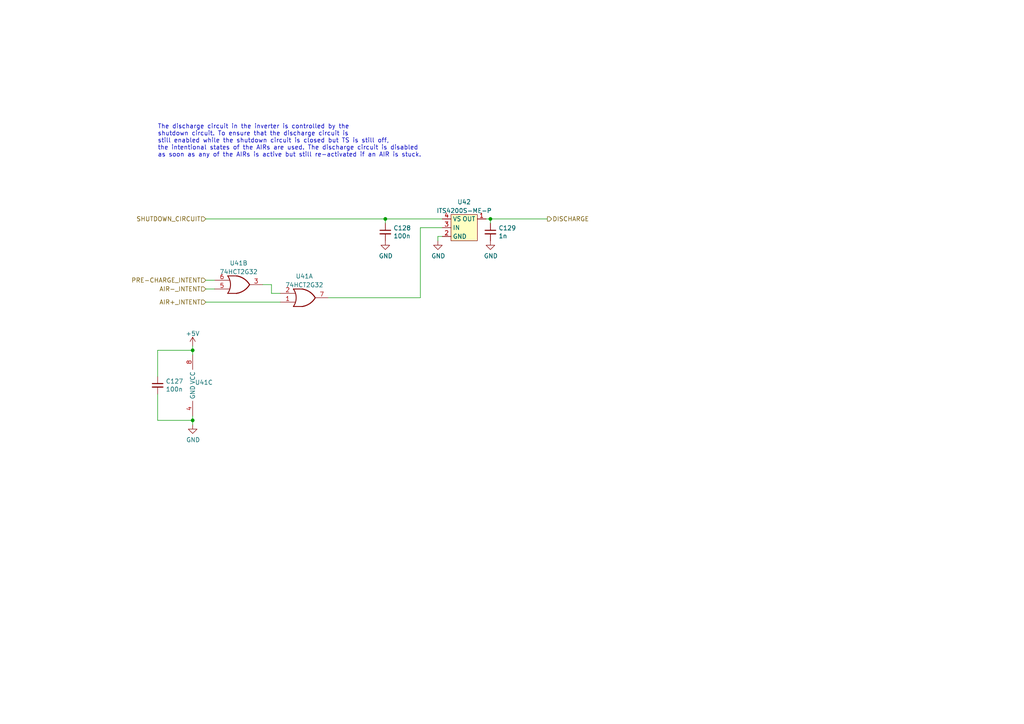
<source format=kicad_sch>
(kicad_sch (version 20230121) (generator eeschema)
  (paper "A4")
  (title_block (title "SPR23e Battery Management Unit (BMU)") (date "2023-03-25") (rev "B") (company "Scuderia Mensa HS RheinMain racing e.V.") (comment 1 "Author: Luca Engelmann") (comment 2 "Car number: 65"))
  (lib_symbols
    (symbol "74xx2G32_1"
      (property "Reference" "U" (at 5.08 6.35 0))
      (property "Value" "74xx2G32_1" (at 5.08 3.81 0))
      (symbol "74xx2G32_1_1_1"
        (arc (start -2.54 -2.54) (mid -1.7269 0) (end -2.54 2.54) (stroke (width 0.254)))
        (polyline (pts (xy -2.54 -2.54) (xy 0 -2.54)) (stroke (width 0.254)) (fill (type background)))
        (polyline (pts (xy -2.54 2.54) (xy 0 2.54)) (stroke (width 0.254)) (fill (type background)))
        (arc (start 0.0012 -2.5291) (mid 2.193 -1.6893) (end 3.8112 0.0109) (stroke (width 0.254)))
        (arc (start 0.0012 -2.5291) (mid 2.193 -1.6893) (end 3.8112 0.0109) (stroke (width 0.254)))
        (arc (start 3.81 0) (mid 2.1918 1.7003) (end 0 2.54) (stroke (width 0.25)))
        (arc (start 3.81 0) (mid 2.1918 1.7003) (end 0 2.54) (stroke (width 0.25)))
        (pin input line (at -6.35 1.27 0) (length 4.318) (name "~") (number "1"))
        (pin input line (at -6.35 -1.27 0) (length 4.318) (name "~") (number "2"))
        (pin output line (at 7.62 0 180) (length 3.81) (name "~") (number "7"))
      )
      (symbol "74xx2G32_1_2_1"
        (arc (start -2.54 -2.54) (mid -1.7269 0) (end -2.54 2.54) (stroke (width 0.254)))
        (polyline (pts (xy -2.54 -2.54) (xy 0 -2.54)) (stroke (width 0.254)) (fill (type background)))
        (polyline (pts (xy -2.54 2.54) (xy 0 2.54)) (stroke (width 0.254)) (fill (type background)))
        (arc (start 0.0012 -2.5291) (mid 2.193 -1.6893) (end 3.8112 0.0109) (stroke (width 0.254)))
        (arc (start 0.0012 -2.5291) (mid 2.193 -1.6893) (end 3.8112 0.0109) (stroke (width 0.254)))
        (arc (start 3.81 0) (mid 2.1918 1.7003) (end 0 2.54) (stroke (width 0.25)))
        (arc (start 3.81 0) (mid 2.1918 1.7003) (end 0 2.54) (stroke (width 0.25)))
        (pin output line (at 7.62 0 180) (length 3.81) (name "~") (number "3"))
        (pin input line (at -6.35 1.27 0) (length 4.318) (name "~") (number "5"))
        (pin input line (at -6.35 -1.27 0) (length 4.318) (name "~") (number "6"))
      )
      (symbol "74xx2G32_1_3_1"
        (pin input line (at 0 -8.89 90) (length 4.318) (name "GND") (number "4"))
        (pin input line (at 0 8.89 270) (length 4.318) (name "VCC") (number "8"))
      )
    )
    (symbol "74xx2G32_2"
      (property "Reference" "U" (at 5.08 6.35 0))
      (property "Value" "74xx2G32_2" (at 5.08 3.81 0))
      (symbol "74xx2G32_2_1_1"
        (arc (start -2.54 -2.54) (mid -1.7269 0) (end -2.54 2.54) (stroke (width 0.254)))
        (polyline (pts (xy -2.54 -2.54) (xy 0 -2.54)) (stroke (width 0.254)) (fill (type background)))
        (polyline (pts (xy -2.54 2.54) (xy 0 2.54)) (stroke (width 0.254)) (fill (type background)))
        (arc (start 0.0012 -2.5291) (mid 2.193 -1.6893) (end 3.8112 0.0109) (stroke (width 0.254)))
        (arc (start 0.0012 -2.5291) (mid 2.193 -1.6893) (end 3.8112 0.0109) (stroke (width 0.254)))
        (arc (start 3.81 0) (mid 2.1918 1.7003) (end 0 2.54) (stroke (width 0.25)))
        (arc (start 3.81 0) (mid 2.1918 1.7003) (end 0 2.54) (stroke (width 0.25)))
        (pin input line (at -6.35 1.27 0) (length 4.318) (name "~") (number "1"))
        (pin input line (at -6.35 -1.27 0) (length 4.318) (name "~") (number "2"))
        (pin output line (at 7.62 0 180) (length 3.81) (name "~") (number "7"))
      )
      (symbol "74xx2G32_2_2_1"
        (arc (start -2.54 -2.54) (mid -1.7269 0) (end -2.54 2.54) (stroke (width 0.254)))
        (polyline (pts (xy -2.54 -2.54) (xy 0 -2.54)) (stroke (width 0.254)) (fill (type background)))
        (polyline (pts (xy -2.54 2.54) (xy 0 2.54)) (stroke (width 0.254)) (fill (type background)))
        (arc (start 0.0012 -2.5291) (mid 2.193 -1.6893) (end 3.8112 0.0109) (stroke (width 0.254)))
        (arc (start 0.0012 -2.5291) (mid 2.193 -1.6893) (end 3.8112 0.0109) (stroke (width 0.254)))
        (arc (start 3.81 0) (mid 2.1918 1.7003) (end 0 2.54) (stroke (width 0.25)))
        (arc (start 3.81 0) (mid 2.1918 1.7003) (end 0 2.54) (stroke (width 0.25)))
        (pin output line (at 7.62 0 180) (length 3.81) (name "~") (number "3"))
        (pin input line (at -6.35 1.27 0) (length 4.318) (name "~") (number "5"))
        (pin input line (at -6.35 -1.27 0) (length 4.318) (name "~") (number "6"))
      )
      (symbol "74xx2G32_2_3_1"
        (pin input line (at 0 -8.89 90) (length 4.318) (name "GND") (number "4"))
        (pin input line (at 0 8.89 270) (length 4.318) (name "VCC") (number "8"))
      )
    )
    (symbol "Device:C_Small" (pin_numbers hide) (pin_names (offset 0.254) hide)
      (property "Reference" "C" (at 0.254 1.778 0))
      (property "Value" "C_Small" (at 0.254 -2.032 0))
      (symbol "C_Small_0_1"
        (polyline (pts (xy -1.524 -0.508) (xy 1.524 -0.508)) (stroke (width 0.3302)))
        (polyline (pts (xy -1.524 0.508) (xy 1.524 0.508)) (stroke (width 0.3048)))
      )
      (symbol "C_Small_1_1"
        (pin passive line (at 0 2.54 270) (length 2.032) (name "~") (number "1"))
        (pin passive line (at 0 -2.54 90) (length 2.032) (name "~") (number "2"))
      )
    )
    (symbol "GND_1" (power) (pin_names (offset 0))
      (property "Value" "GND_1" (at 0 -3.81 0))
      (symbol "GND_1_0_1"
        (polyline (pts (xy 0 0) (xy 0 -1.27) (xy 1.27 -1.27) (xy 0 -2.54) (xy -1.27 -1.27) (xy 0 -1.27)))
      )
      (symbol "GND_1_1_1"
        (pin power_in line (at 0 0 270) (length 0) hide (name "GND") (number "1"))
      )
    )
    (symbol "GND_2" (power) (pin_names (offset 0))
      (property "Value" "GND_2" (at 0 -3.81 0))
      (symbol "GND_2_0_1"
        (polyline (pts (xy 0 0) (xy 0 -1.27) (xy 1.27 -1.27) (xy 0 -2.54) (xy -1.27 -1.27) (xy 0 -1.27)))
      )
      (symbol "GND_2_1_1"
        (pin power_in line (at 0 0 270) (length 0) hide (name "GND") (number "1"))
      )
    )
    (symbol "GND_3" (power) (pin_names (offset 0))
      (property "Value" "GND_3" (at 0 -3.81 0))
      (symbol "GND_3_0_1"
        (polyline (pts (xy 0 0) (xy 0 -1.27) (xy 1.27 -1.27) (xy 0 -2.54) (xy -1.27 -1.27) (xy 0 -1.27)))
      )
      (symbol "GND_3_1_1"
        (pin power_in line (at 0 0 270) (length 0) hide (name "GND") (number "1"))
      )
    )
    (symbol "Scuderia:74xx2G32"
      (property "Reference" "U" (at 5.08 6.35 0))
      (property "Value" "74xx2G32" (at 5.08 3.81 0))
      (symbol "74xx2G32_1_1"
        (arc (start -2.54 -2.54) (mid -1.7269 0) (end -2.54 2.54) (stroke (width 0.254)))
        (polyline (pts (xy -2.54 -2.54) (xy 0 -2.54)) (stroke (width 0.254)) (fill (type background)))
        (polyline (pts (xy -2.54 2.54) (xy 0 2.54)) (stroke (width 0.254)) (fill (type background)))
        (arc (start 0.0012 -2.5291) (mid 2.193 -1.6893) (end 3.8112 0.0109) (stroke (width 0.254)))
        (arc (start 0.0012 -2.5291) (mid 2.193 -1.6893) (end 3.8112 0.0109) (stroke (width 0.254)))
        (arc (start 3.81 0) (mid 2.1918 1.7003) (end 0 2.54) (stroke (width 0.25)))
        (arc (start 3.81 0) (mid 2.1918 1.7003) (end 0 2.54) (stroke (width 0.25)))
        (pin input line (at -6.35 1.27 0) (length 4.318) (name "~") (number "1"))
        (pin input line (at -6.35 -1.27 0) (length 4.318) (name "~") (number "2"))
        (pin output line (at 7.62 0 180) (length 3.81) (name "~") (number "7"))
      )
      (symbol "74xx2G32_2_1"
        (arc (start -2.54 -2.54) (mid -1.7269 0) (end -2.54 2.54) (stroke (width 0.254)))
        (polyline (pts (xy -2.54 -2.54) (xy 0 -2.54)) (stroke (width 0.254)) (fill (type background)))
        (polyline (pts (xy -2.54 2.54) (xy 0 2.54)) (stroke (width 0.254)) (fill (type background)))
        (arc (start 0.0012 -2.5291) (mid 2.193 -1.6893) (end 3.8112 0.0109) (stroke (width 0.254)))
        (arc (start 0.0012 -2.5291) (mid 2.193 -1.6893) (end 3.8112 0.0109) (stroke (width 0.254)))
        (arc (start 3.81 0) (mid 2.1918 1.7003) (end 0 2.54) (stroke (width 0.25)))
        (arc (start 3.81 0) (mid 2.1918 1.7003) (end 0 2.54) (stroke (width 0.25)))
        (pin output line (at 7.62 0 180) (length 3.81) (name "~") (number "3"))
        (pin input line (at -6.35 1.27 0) (length 4.318) (name "~") (number "5"))
        (pin input line (at -6.35 -1.27 0) (length 4.318) (name "~") (number "6"))
      )
      (symbol "74xx2G32_3_1"
        (pin input line (at 0 -8.89 90) (length 4.318) (name "GND") (number "4"))
        (pin input line (at 0 8.89 270) (length 4.318) (name "VCC") (number "8"))
      )
    )
    (symbol "Scuderia:ITS4200S"
      (property "Reference" "U" (at 0 7.62 0))
      (property "Value" "ITS4200S" (at 0 5.08 0))
      (symbol "ITS4200S_0_1"
        (rectangle (start -3.81 3.81) (end 3.81 -3.81) (stroke (width 0.1524)) (fill (type background)))
      )
      (symbol "ITS4200S_1_1"
        (pin power_out line (at 6.35 2.54 180) (length 2.54) (name "OUT") (number "1"))
        (pin input line (at -6.35 -2.54 0) (length 2.54) (name "GND") (number "2"))
        (pin input line (at -6.35 0 0) (length 2.54) (name "IN") (number "3"))
        (pin input line (at -6.35 2.54 0) (length 2.54) (name "VS") (number "4"))
      )
    )
    (symbol "power:+5V" (power) (pin_names (offset 0))
      (property "Value" "+5V" (at 0 3.556 0))
      (symbol "+5V_0_1"
        (polyline (pts (xy -0.762 1.27) (xy 0 2.54)))
        (polyline (pts (xy 0 0) (xy 0 2.54)))
        (polyline (pts (xy 0 2.54) (xy 0.762 1.27)))
      )
      (symbol "+5V_1_1"
        (pin power_in line (at 0 0 90) (length 0) hide (name "+5V") (number "1"))
      )
    )
    (symbol "power:GND" (power) (pin_names (offset 0))
      (property "Value" "GND" (at 0 -3.81 0))
      (symbol "GND_0_1"
        (polyline (pts (xy 0 0) (xy 0 -1.27) (xy 1.27 -1.27) (xy 0 -2.54) (xy -1.27 -1.27) (xy 0 -1.27)))
      )
      (symbol "GND_1_1"
        (pin power_in line (at 0 0 270) (length 0) hide (name "GND") (number "1"))
      )
    )
  )
  (junction (at 55.88 121.92))
  (junction (at 55.88 101.6))
  (junction (at 111.76 63.5))
  (junction (at 142.24 63.5))
  (wire (pts (xy 45.72 109.22) (xy 45.72 101.6)))
  (wire (pts (xy 111.76 63.5) (xy 111.76 64.77)))
  (wire (pts (xy 55.88 121.92) (xy 55.88 123.19)))
  (wire (pts (xy 121.92 66.04) (xy 128.27 66.04)))
  (wire (pts (xy 111.76 63.5) (xy 128.27 63.5)))
  (wire (pts (xy 78.74 82.55) (xy 78.74 85.09)))
  (wire (pts (xy 76.2 82.55) (xy 78.74 82.55)))
  (wire (pts (xy 45.72 114.3) (xy 45.72 121.92)))
  (wire (pts (xy 55.88 120.65) (xy 55.88 121.92)))
  (wire (pts (xy 121.92 86.36) (xy 121.92 66.04)))
  (wire (pts (xy 127 68.58) (xy 127 69.85)))
  (wire (pts (xy 45.72 121.92) (xy 55.88 121.92)))
  (wire (pts (xy 59.69 87.63) (xy 81.28 87.63)))
  (wire (pts (xy 140.97 63.5) (xy 142.24 63.5)))
  (wire (pts (xy 55.88 101.6) (xy 55.88 100.33)))
  (wire (pts (xy 128.27 68.58) (xy 127 68.58)))
  (wire (pts (xy 55.88 101.6) (xy 55.88 102.87)))
  (wire (pts (xy 59.69 81.28) (xy 62.23 81.28)))
  (wire (pts (xy 45.72 101.6) (xy 55.88 101.6)))
  (wire (pts (xy 142.24 63.5) (xy 158.75 63.5)))
  (wire (pts (xy 59.69 63.5) (xy 111.76 63.5)))
  (wire (pts (xy 95.25 86.36) (xy 121.92 86.36)))
  (wire (pts (xy 142.24 63.5) (xy 142.24 64.77)))
  (wire (pts (xy 59.69 83.82) (xy 62.23 83.82)))
  (wire (pts (xy 78.74 85.09) (xy 81.28 85.09)))
  (text "The discharge circuit in the inverter is controlled by the\nshutdown circuit. To ensure that the discharge circuit is\nstill enabled while the shutdown circuit is closed but TS is still off,\nthe intentional states of the AIRs are used. The discharge circuit is disabled\nas soon as any of the AIRs is active but still re-activated if an AIR is stuck." (at 45.72 45.72 0) (effects (font (size 1.27 1.27)) (justify left bottom)))
  (hierarchical_label "PRE-CHARGE_INTENT" (shape input) (at 59.69 81.28 180))
  (hierarchical_label "SHUTDOWN_CIRCUIT" (shape input) (at 59.69 63.5 180))
  (hierarchical_label "AIR-_INTENT" (shape input) (at 59.69 83.82 180))
  (hierarchical_label "AIR+_INTENT" (shape input) (at 59.69 87.63 180))
  (hierarchical_label "DISCHARGE" (shape output) (at 158.75 63.5 0))
  (symbol (lib_id "Device:C_Small") (at 111.76 67.31 0) (unit 1)
    (property "Reference" "C128" (at 114.0968 66.1416 0) (effects (justify left)))
    (property "Value" "100n" (at 114.0968 68.453 0) (effects (justify left)))
    (property "Footprint" "Capacitor_SMD:C_0603_1608Metric" (effects hide))
  )
  (symbol (lib_name "74xx2G32_2") (lib_id "Scuderia:74xx2G32") (at 87.63 86.36 0) (mirror x) (unit 1)
    (property "Reference" "U41" (at 88.2656 80.1202 0))
    (property "Value" "74HCT2G32" (at 88.2656 82.6571 0))
    (property "Footprint" "Package_SO:VSSOP-8_2.4x2.1mm_P0.5mm" (effects hide))
  )
  (symbol (lib_id "Device:C_Small") (at 45.72 111.76 0) (unit 1)
    (property "Reference" "C127" (at 48.0568 110.5916 0) (effects (justify left)))
    (property "Value" "100n" (at 48.0568 112.903 0) (effects (justify left)))
    (property "Footprint" "Capacitor_SMD:C_0603_1608Metric" (effects hide))
  )
  (symbol (lib_id "Device:C_Small") (at 142.24 67.31 0) (unit 1)
    (property "Reference" "C129" (at 144.5768 66.1416 0) (effects (justify left)))
    (property "Value" "1n" (at 144.5768 68.453 0) (effects (justify left)))
    (property "Footprint" "Capacitor_SMD:C_0603_1608Metric" (effects hide))
  )
  (symbol (lib_name "74xx2G32_1") (lib_id "Scuderia:74xx2G32") (at 55.88 111.76 0) (unit 3)
    (property "Reference" "U41" (at 56.515 110.9253 0) (effects (justify left)))
    (property "Value" "74HCT2G32" (effects hide))
    (property "Footprint" "Package_SO:VSSOP-8_2.4x2.1mm_P0.5mm" (effects hide))
  )
  (symbol (lib_name "GND_1") (lib_id "power:GND") (at 55.88 123.19 0) (unit 1)
    (property "Reference" "#PWR0246" (effects hide))
    (property "Value" "GND" (at 56.007 127.5842 0))
  )
  (symbol (lib_id "power:+5V") (at 55.88 100.33 0) (unit 1)
    (property "Reference" "#PWR0245" (effects hide))
    (property "Value" "+5V" (at 55.88 96.7542 0))
  )
  (symbol (lib_name "GND_2") (lib_id "power:GND") (at 142.24 69.85 0) (unit 1)
    (property "Reference" "#PWR0249" (effects hide))
    (property "Value" "GND" (at 142.367 74.2442 0))
  )
  (symbol (lib_id "Scuderia:74xx2G32") (at 68.58 82.55 0) (mirror x) (unit 2)
    (property "Reference" "U41" (at 69.2156 76.3102 0))
    (property "Value" "74HCT2G32" (at 69.2156 78.8471 0))
    (property "Footprint" "Package_SO:VSSOP-8_2.4x2.1mm_P0.5mm" (effects hide))
  )
  (symbol (lib_id "Scuderia:ITS4200S") (at 134.62 66.04 0) (unit 1)
    (property "Reference" "U42" (at 134.62 58.581 0))
    (property "Value" "ITS4200S-ME-P" (at 134.62 61.1179 0))
    (property "Footprint" "Package_TO_SOT_SMD:SOT-223" (effects hide))
  )
  (symbol (lib_id "power:GND") (at 111.76 69.85 0) (unit 1)
    (property "Reference" "#PWR0247" (effects hide))
    (property "Value" "GND" (at 111.887 74.2442 0))
  )
  (symbol (lib_name "GND_3") (lib_id "power:GND") (at 127 69.85 0) (unit 1)
    (property "Reference" "#PWR0248" (effects hide))
    (property "Value" "GND" (at 127.127 74.2442 0))
  )
)
</source>
